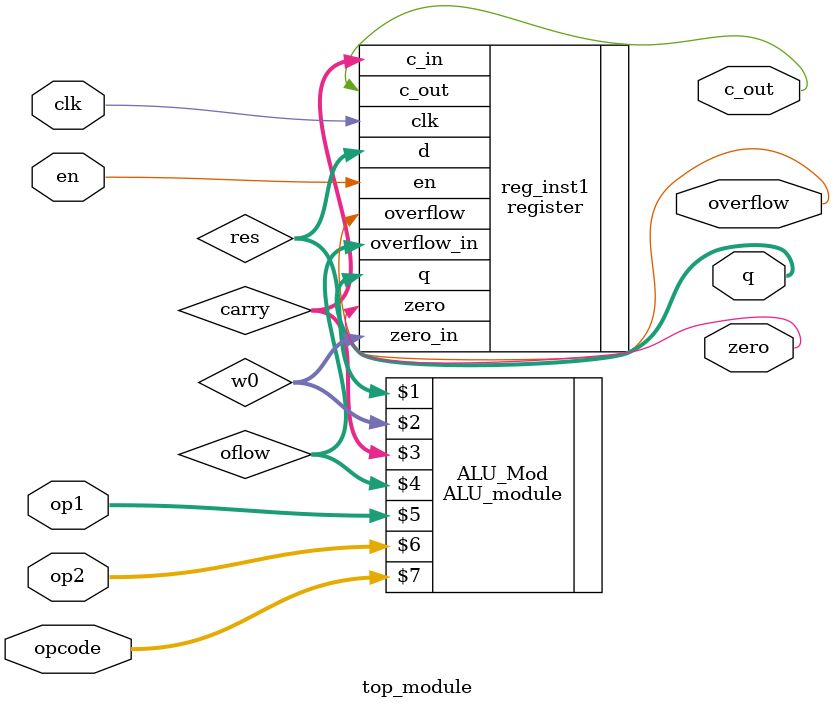
<source format=v>
`timescale 1ns / 1ps

// implementing ALU and register 

module top_module #(parameter WIDTH = 32)(
    input clk, en, 
    input [WIDTH-1:0] op1, op2,
    input [2:0] opcode,
    output [WIDTH-1:0] q, // is final result  
    output c_out, overflow, zero
    );
    
    wire [WIDTH-1:0] res, carry, oflow, w0;
    
    ALU_module ALU_Mod (res, w0, carry, oflow, op1, op2, opcode);
    
    register reg_inst1(.q(q), .c_out(c_out), .overflow(overflow), .zero(zero), .clk(clk), .d(res), .c_in(carry), .overflow_in(oflow), .zero_in(w0), .en(en));
    
endmodule

</source>
